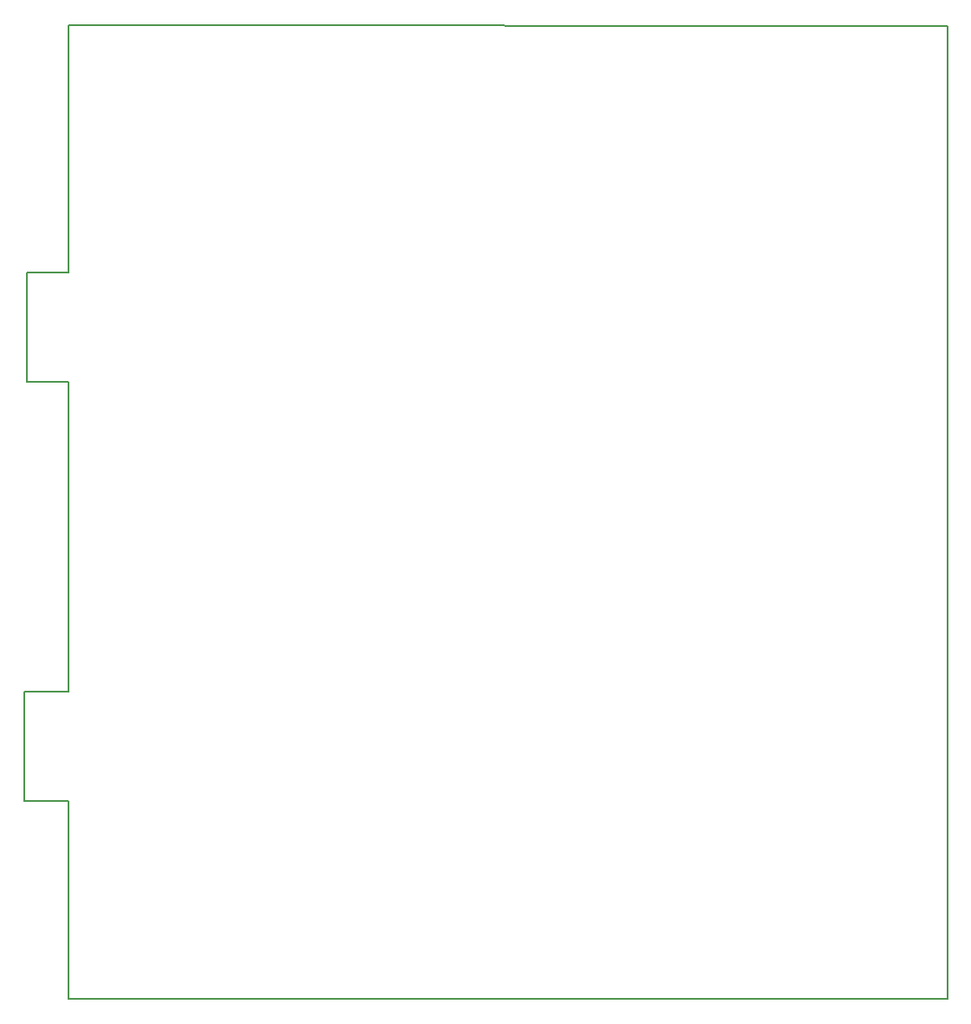
<source format=gbr>
%TF.GenerationSoftware,KiCad,Pcbnew,(5.1.12)-1*%
%TF.CreationDate,2021-11-19T01:02:39+01:00*%
%TF.ProjectId,HF_CaricoVariabile_r00,48465f43-6172-4696-936f-566172696162,rev?*%
%TF.SameCoordinates,Original*%
%TF.FileFunction,Profile,NP*%
%FSLAX46Y46*%
G04 Gerber Fmt 4.6, Leading zero omitted, Abs format (unit mm)*
G04 Created by KiCad (PCBNEW (5.1.12)-1) date 2021-11-19 01:02:39*
%MOMM*%
%LPD*%
G01*
G04 APERTURE LIST*
%TA.AperFunction,Profile*%
%ADD10C,0.150000*%
%TD*%
G04 APERTURE END LIST*
D10*
X151130000Y-160020000D02*
X65278000Y-160020000D01*
X65278000Y-65024000D02*
X65278000Y-89154000D01*
X65278000Y-89154000D02*
X61214000Y-89154000D01*
X65278000Y-130048000D02*
X60960000Y-130048000D01*
X65278000Y-140716000D02*
X60960000Y-140716000D01*
X65278000Y-140716000D02*
X65278000Y-160020000D01*
X151130000Y-65148899D02*
X65278000Y-65024000D01*
X151130000Y-160020000D02*
X151130000Y-65148899D01*
X60960000Y-130048000D02*
X60960000Y-140716000D01*
X65278000Y-99822000D02*
X65278000Y-130048000D01*
X61214000Y-99822000D02*
X65278000Y-99822000D01*
X61214000Y-89154000D02*
X61214000Y-99822000D01*
M02*

</source>
